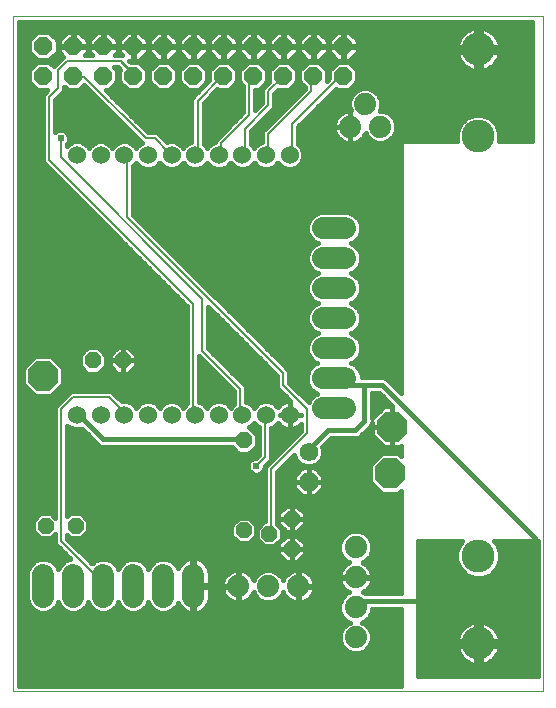
<source format=gbl>
G75*
%MOIN*%
%OFA0B0*%
%FSLAX24Y24*%
%IPPOS*%
%LPD*%
%AMOC8*
5,1,8,0,0,1.08239X$1,22.5*
%
%ADD10C,0.0000*%
%ADD11C,0.0600*%
%ADD12C,0.0740*%
%ADD13C,0.0740*%
%ADD14OC8,0.0520*%
%ADD15C,0.1095*%
%ADD16OC8,0.1000*%
%ADD17OC8,0.0620*%
%ADD18C,0.0620*%
%ADD19OC8,0.0600*%
%ADD20C,0.0160*%
%ADD21R,0.0356X0.0356*%
%ADD22C,0.0157*%
%ADD23C,0.0079*%
%ADD24C,0.0240*%
D10*
X002074Y001361D02*
X002074Y023857D01*
X019743Y023857D01*
X019743Y001361D01*
X002074Y001361D01*
D11*
X004200Y010562D03*
X004987Y010562D03*
X005775Y010562D03*
X006562Y010562D03*
X007349Y010562D03*
X008137Y010562D03*
X008924Y010562D03*
X009712Y010562D03*
X010499Y010562D03*
X011286Y010562D03*
X011286Y019223D03*
X010499Y019223D03*
X009712Y019223D03*
X008924Y019223D03*
X008137Y019223D03*
X007349Y019223D03*
X006562Y019223D03*
X005775Y019223D03*
X004987Y019223D03*
X004200Y019223D03*
D12*
X012402Y016786D02*
X013142Y016786D01*
X013142Y015786D02*
X012402Y015786D01*
X012402Y014786D02*
X013142Y014786D01*
X013142Y013786D02*
X012402Y013786D01*
X012402Y012786D02*
X013142Y012786D01*
X013142Y011786D02*
X012402Y011786D01*
X012402Y010786D02*
X013142Y010786D01*
X008074Y005247D02*
X008074Y004507D01*
X007074Y004507D02*
X007074Y005247D01*
X006074Y005247D02*
X006074Y004507D01*
X005074Y004507D02*
X005074Y005247D01*
X004074Y005247D02*
X004074Y004507D01*
X003074Y004507D02*
X003074Y005247D01*
D13*
X009574Y004861D03*
X010574Y004861D03*
X011574Y004861D03*
X013491Y005154D03*
X013491Y004154D03*
X013491Y003154D03*
X013491Y006154D03*
X013308Y020172D03*
X013808Y020922D03*
X014308Y020172D03*
D14*
X009759Y009719D03*
X011353Y007105D03*
X010603Y006605D03*
X011353Y006105D03*
X009759Y006719D03*
X005723Y012385D03*
X004723Y012385D03*
X004149Y006873D03*
X003149Y006873D03*
D15*
X017574Y005861D03*
X017574Y002961D03*
X017574Y019861D03*
X017574Y022761D03*
D16*
X014708Y010176D03*
X014637Y008623D03*
X003074Y011861D03*
D17*
X011916Y008341D03*
D18*
X011916Y009341D03*
D19*
X012074Y021861D03*
X012074Y022861D03*
X013074Y022861D03*
X013074Y021861D03*
X011074Y021861D03*
X011074Y022861D03*
X010074Y022861D03*
X010074Y021861D03*
X009074Y021861D03*
X009074Y022861D03*
X008074Y022861D03*
X008074Y021861D03*
X007074Y021861D03*
X007074Y022861D03*
X006074Y022861D03*
X006074Y021861D03*
X005074Y021861D03*
X005074Y022861D03*
X004074Y022861D03*
X004074Y021861D03*
X003074Y021861D03*
X003074Y022861D03*
D20*
X002817Y022442D02*
X002254Y022442D01*
X002254Y022600D02*
X002658Y022600D01*
X002595Y022663D02*
X002876Y022383D01*
X003272Y022383D01*
X003552Y022663D01*
X003552Y023059D01*
X003272Y023340D01*
X002876Y023340D01*
X002595Y023059D01*
X002595Y022663D01*
X002595Y022759D02*
X002254Y022759D01*
X002254Y022917D02*
X002595Y022917D01*
X002612Y023076D02*
X002254Y023076D01*
X002254Y023234D02*
X002770Y023234D01*
X002254Y023393D02*
X017213Y023393D01*
X017251Y023415D02*
X017169Y023367D01*
X017093Y023309D01*
X017026Y023242D01*
X016968Y023166D01*
X016920Y023084D01*
X016883Y022995D01*
X016859Y022903D01*
X016851Y022841D01*
X017494Y022841D01*
X017494Y023484D01*
X017432Y023476D01*
X017339Y023451D01*
X017251Y023415D01*
X017494Y023393D02*
X017654Y023393D01*
X017654Y023484D02*
X017654Y022841D01*
X018297Y022841D01*
X018289Y022903D01*
X018264Y022995D01*
X018228Y023084D01*
X018180Y023166D01*
X018122Y023242D01*
X018055Y023309D01*
X017979Y023367D01*
X017896Y023415D01*
X017808Y023451D01*
X017716Y023476D01*
X017654Y023484D01*
X017654Y023234D02*
X017494Y023234D01*
X017494Y023076D02*
X017654Y023076D01*
X017654Y022917D02*
X017494Y022917D01*
X017494Y022841D02*
X017654Y022841D01*
X017654Y022681D01*
X018297Y022681D01*
X018289Y022619D01*
X018264Y022527D01*
X018228Y022439D01*
X018180Y022356D01*
X018122Y022280D01*
X018055Y022213D01*
X017979Y022155D01*
X017896Y022107D01*
X017808Y022071D01*
X017716Y022046D01*
X017654Y022038D01*
X017654Y022681D01*
X017494Y022681D01*
X017494Y022038D01*
X017432Y022046D01*
X017339Y022071D01*
X017251Y022107D01*
X017169Y022155D01*
X017093Y022213D01*
X017026Y022280D01*
X016968Y022356D01*
X016920Y022439D01*
X016883Y022527D01*
X016859Y022619D01*
X016851Y022681D01*
X017494Y022681D01*
X017494Y022841D01*
X017494Y022759D02*
X013554Y022759D01*
X013554Y022841D02*
X013094Y022841D01*
X013094Y022881D01*
X013554Y022881D01*
X013554Y023060D01*
X013273Y023341D01*
X013094Y023341D01*
X013094Y022881D01*
X013054Y022881D01*
X013054Y023341D01*
X012875Y023341D01*
X012594Y023060D01*
X012594Y022881D01*
X013054Y022881D01*
X013054Y022841D01*
X013094Y022841D01*
X013094Y022381D01*
X013273Y022381D01*
X013554Y022662D01*
X013554Y022841D01*
X013554Y022917D02*
X016862Y022917D01*
X016917Y023076D02*
X013538Y023076D01*
X013380Y023234D02*
X017020Y023234D01*
X016864Y022600D02*
X013492Y022600D01*
X013333Y022442D02*
X016919Y022442D01*
X017024Y022283D02*
X013303Y022283D01*
X013265Y022322D02*
X012883Y022322D01*
X012613Y022052D01*
X012613Y021790D01*
X012535Y021711D01*
X012535Y022052D01*
X012265Y022322D01*
X011883Y022322D01*
X011613Y022052D01*
X011613Y021670D01*
X011795Y021488D01*
X011795Y021444D01*
X010495Y020144D01*
X010378Y020027D01*
X010378Y019672D01*
X010238Y019614D01*
X010108Y019484D01*
X010105Y019477D01*
X010102Y019484D01*
X009990Y019596D01*
X009990Y020018D01*
X010661Y020689D01*
X010778Y020806D01*
X010778Y021278D01*
X010900Y021400D01*
X011265Y021400D01*
X011535Y021670D01*
X011535Y022052D01*
X011265Y022322D01*
X010883Y022322D01*
X010613Y022052D01*
X010613Y021679D01*
X010378Y021444D01*
X010378Y020972D01*
X010148Y020742D01*
X010148Y021400D01*
X010265Y021400D01*
X010535Y021670D01*
X010535Y022052D01*
X010265Y022322D01*
X009883Y022322D01*
X009613Y022052D01*
X009613Y021670D01*
X009748Y021536D01*
X009748Y020657D01*
X008803Y019712D01*
X008803Y019672D01*
X008663Y019614D01*
X008534Y019484D01*
X008531Y019477D01*
X008527Y019484D01*
X008416Y019596D01*
X008416Y020963D01*
X008868Y021416D01*
X008883Y021400D01*
X009265Y021400D01*
X009535Y021670D01*
X009535Y022052D01*
X009265Y022322D01*
X008883Y022322D01*
X008613Y022052D01*
X008613Y021727D01*
X008015Y021129D01*
X008015Y019672D01*
X007876Y019614D01*
X007746Y019484D01*
X007743Y019477D01*
X007740Y019484D01*
X007610Y019614D01*
X007441Y019684D01*
X007258Y019684D01*
X007205Y019662D01*
X006881Y019986D01*
X006566Y019986D01*
X005152Y021400D01*
X005265Y021400D01*
X005535Y021670D01*
X005535Y022052D01*
X005425Y022161D01*
X005558Y022161D01*
X005640Y022079D01*
X005613Y022052D01*
X005613Y021670D01*
X005883Y021400D01*
X006265Y021400D01*
X006535Y021670D01*
X006535Y022052D01*
X006265Y022322D01*
X005996Y022322D01*
X005937Y022381D01*
X006054Y022381D01*
X006054Y022841D01*
X006094Y022841D01*
X006094Y022881D01*
X006554Y022881D01*
X006554Y023060D01*
X006273Y023341D01*
X006094Y023341D01*
X006094Y022881D01*
X006054Y022881D01*
X006054Y023341D01*
X005875Y023341D01*
X005594Y023060D01*
X005594Y022881D01*
X006054Y022881D01*
X006054Y022841D01*
X005594Y022841D01*
X005594Y022662D01*
X005695Y022561D01*
X005453Y022561D01*
X005554Y022662D01*
X005554Y022841D01*
X005094Y022841D01*
X005094Y022881D01*
X005554Y022881D01*
X005554Y023060D01*
X005273Y023341D01*
X005094Y023341D01*
X005094Y022881D01*
X005054Y022881D01*
X005054Y023341D01*
X004875Y023341D01*
X004594Y023060D01*
X004594Y022881D01*
X005054Y022881D01*
X005054Y022841D01*
X004594Y022841D01*
X004594Y022662D01*
X004695Y022561D01*
X004453Y022561D01*
X004554Y022662D01*
X004554Y022841D01*
X004094Y022841D01*
X004094Y022881D01*
X004554Y022881D01*
X004554Y023060D01*
X004273Y023341D01*
X004094Y023341D01*
X004094Y022881D01*
X004054Y022881D01*
X004054Y023341D01*
X003875Y023341D01*
X003594Y023060D01*
X003594Y022881D01*
X004054Y022881D01*
X004054Y022841D01*
X003594Y022841D01*
X003594Y022662D01*
X003743Y022513D01*
X003674Y022444D01*
X003421Y022191D01*
X003272Y022340D01*
X002876Y022340D01*
X002595Y022059D01*
X002595Y021663D01*
X002876Y021383D01*
X003212Y021383D01*
X003074Y021244D01*
X003074Y018978D01*
X003191Y018861D01*
X007874Y014178D01*
X007874Y010950D01*
X007746Y010823D01*
X007743Y010815D01*
X007740Y010823D01*
X007610Y010952D01*
X007441Y011023D01*
X007258Y011023D01*
X007088Y010952D01*
X006959Y010823D01*
X006956Y010815D01*
X006953Y010823D01*
X006823Y010952D01*
X006654Y011023D01*
X006470Y011023D01*
X006301Y010952D01*
X006171Y010823D01*
X006168Y010815D01*
X006165Y010823D01*
X006036Y010952D01*
X005866Y011023D01*
X005695Y011023D01*
X005474Y011244D01*
X005357Y011361D01*
X003991Y011361D01*
X003591Y010961D01*
X003474Y010844D01*
X003474Y007143D01*
X003323Y007294D01*
X002974Y007294D01*
X002728Y007047D01*
X002728Y006699D01*
X002974Y006452D01*
X003323Y006452D01*
X003474Y006603D01*
X003474Y006278D01*
X003974Y005778D01*
X003968Y005778D01*
X003773Y005697D01*
X003624Y005547D01*
X003574Y005427D01*
X003524Y005547D01*
X003374Y005697D01*
X003179Y005778D01*
X002968Y005778D01*
X002773Y005697D01*
X002624Y005547D01*
X002543Y005352D01*
X002543Y004401D01*
X002624Y004206D01*
X002773Y004057D01*
X002968Y003976D01*
X003179Y003976D01*
X003374Y004057D01*
X003524Y004206D01*
X003574Y004327D01*
X003624Y004206D01*
X003773Y004057D01*
X003968Y003976D01*
X004179Y003976D01*
X004374Y004057D01*
X004524Y004206D01*
X004574Y004327D01*
X004624Y004206D01*
X004773Y004057D01*
X004968Y003976D01*
X005179Y003976D01*
X005374Y004057D01*
X005524Y004206D01*
X005574Y004327D01*
X005624Y004206D01*
X005773Y004057D01*
X005968Y003976D01*
X006179Y003976D01*
X006374Y004057D01*
X006524Y004206D01*
X006574Y004327D01*
X006624Y004206D01*
X006773Y004057D01*
X006968Y003976D01*
X007179Y003976D01*
X007374Y004057D01*
X007524Y004206D01*
X007563Y004300D01*
X007564Y004296D01*
X007603Y004219D01*
X007654Y004149D01*
X007716Y004087D01*
X007786Y004036D01*
X007863Y003997D01*
X007945Y003970D01*
X008031Y003957D01*
X008044Y003957D01*
X008044Y004847D01*
X008104Y004847D01*
X008104Y004907D01*
X008624Y004907D01*
X008624Y005290D01*
X008610Y005376D01*
X008584Y005458D01*
X008544Y005535D01*
X008493Y005605D01*
X008432Y005666D01*
X008362Y005717D01*
X008285Y005757D01*
X008203Y005783D01*
X008117Y005797D01*
X008104Y005797D01*
X008104Y004907D01*
X008044Y004907D01*
X008044Y005797D01*
X008031Y005797D01*
X007945Y005783D01*
X007863Y005757D01*
X007786Y005717D01*
X007716Y005666D01*
X007654Y005605D01*
X007603Y005535D01*
X007564Y005458D01*
X007563Y005453D01*
X007524Y005547D01*
X007374Y005697D01*
X007179Y005778D01*
X006968Y005778D01*
X006773Y005697D01*
X006624Y005547D01*
X006574Y005427D01*
X006524Y005547D01*
X006374Y005697D01*
X006179Y005778D01*
X005968Y005778D01*
X005773Y005697D01*
X005624Y005547D01*
X005574Y005427D01*
X005524Y005547D01*
X005374Y005697D01*
X005179Y005778D01*
X004968Y005778D01*
X004773Y005697D01*
X004697Y005621D01*
X003874Y006444D01*
X003874Y006553D01*
X003974Y006452D01*
X004323Y006452D01*
X004569Y006699D01*
X004569Y007047D01*
X004323Y007294D01*
X003974Y007294D01*
X003874Y007193D01*
X003874Y010211D01*
X003929Y010156D01*
X004105Y010083D01*
X004295Y010083D01*
X004361Y010111D01*
X004928Y009543D01*
X005023Y009504D01*
X009354Y009504D01*
X009577Y009281D01*
X009940Y009281D01*
X010197Y009538D01*
X010197Y009901D01*
X009940Y010158D01*
X009973Y010171D01*
X010102Y010301D01*
X010105Y010308D01*
X010108Y010301D01*
X010238Y010171D01*
X010274Y010157D01*
X010274Y009244D01*
X010172Y009142D01*
X010118Y009142D01*
X010015Y009099D01*
X009936Y009020D01*
X009893Y008917D01*
X009893Y008805D01*
X009936Y008702D01*
X010015Y008623D01*
X010118Y008580D01*
X010230Y008580D01*
X010333Y008623D01*
X010412Y008702D01*
X010455Y008805D01*
X010455Y008859D01*
X010674Y009078D01*
X010674Y010136D01*
X010760Y010171D01*
X010886Y010297D01*
X010920Y010249D01*
X010974Y010196D01*
X011035Y010151D01*
X011102Y010117D01*
X011174Y010094D01*
X011249Y010082D01*
X011286Y010082D01*
X011286Y010562D01*
X010960Y010562D01*
X010960Y010562D01*
X011286Y010562D01*
X011286Y010562D01*
X011286Y011042D01*
X011249Y011042D01*
X011174Y011030D01*
X011102Y011007D01*
X011035Y010972D01*
X010974Y010928D01*
X010920Y010875D01*
X010886Y010827D01*
X010760Y010952D01*
X010591Y011023D01*
X010407Y011023D01*
X010238Y010952D01*
X010108Y010823D01*
X010105Y010815D01*
X010102Y010823D01*
X009973Y010952D01*
X009833Y011010D01*
X009833Y011523D01*
X009716Y011640D01*
X009716Y011640D01*
X008573Y012783D01*
X008573Y014179D01*
X010874Y011878D01*
X010874Y011478D01*
X011310Y011042D01*
X011286Y011042D01*
X011286Y010562D01*
X011286Y010562D01*
X011286Y010562D01*
X011286Y010082D01*
X011324Y010082D01*
X011399Y010094D01*
X011471Y010117D01*
X011538Y010151D01*
X011599Y010196D01*
X011653Y010249D01*
X011674Y010278D01*
X011674Y010044D01*
X010591Y008961D01*
X010474Y008844D01*
X010474Y007026D01*
X010429Y007026D01*
X010183Y006779D01*
X010183Y006431D01*
X010429Y006184D01*
X010778Y006184D01*
X011024Y006431D01*
X011024Y006779D01*
X010874Y006930D01*
X010874Y008678D01*
X011431Y009236D01*
X011502Y009065D01*
X011640Y008927D01*
X011819Y008853D01*
X012013Y008853D01*
X012193Y008927D01*
X012197Y008931D01*
X012204Y008934D01*
X012282Y009001D01*
X012296Y009030D01*
X012330Y009065D01*
X012405Y009244D01*
X012405Y009439D01*
X012378Y009502D01*
X012680Y009804D01*
X013525Y009804D01*
X013619Y009843D01*
X013692Y009915D01*
X013992Y010215D01*
X014028Y010302D01*
X014028Y010176D01*
X014028Y009894D01*
X014426Y009496D01*
X014708Y009496D01*
X014989Y009496D01*
X015013Y009520D01*
X015013Y009206D01*
X014918Y009301D01*
X014356Y009301D01*
X013958Y008904D01*
X013958Y008342D01*
X014356Y007944D01*
X014918Y007944D01*
X015013Y008039D01*
X015013Y004618D01*
X013803Y004618D01*
X013802Y004619D01*
X013719Y004653D01*
X013779Y004684D01*
X013849Y004735D01*
X013911Y004796D01*
X013962Y004866D01*
X014001Y004943D01*
X014028Y005026D01*
X014041Y005111D01*
X014041Y005134D01*
X013511Y005134D01*
X013511Y005174D01*
X014041Y005174D01*
X014041Y005198D01*
X014028Y005283D01*
X014001Y005366D01*
X013962Y005443D01*
X013911Y005513D01*
X013849Y005574D01*
X013779Y005625D01*
X013719Y005655D01*
X013802Y005689D01*
X013956Y005844D01*
X014040Y006045D01*
X014040Y006263D01*
X013956Y006465D01*
X013802Y006619D01*
X013600Y006703D01*
X013382Y006703D01*
X013180Y006619D01*
X013026Y006465D01*
X012943Y006263D01*
X012943Y006045D01*
X013026Y005844D01*
X013180Y005689D01*
X013263Y005655D01*
X013203Y005625D01*
X013133Y005574D01*
X013072Y005513D01*
X013021Y005443D01*
X012981Y005366D01*
X012955Y005283D01*
X012941Y005198D01*
X012941Y005174D01*
X013471Y005174D01*
X013471Y005134D01*
X012941Y005134D01*
X012941Y005111D01*
X012955Y005026D01*
X012981Y004943D01*
X013021Y004866D01*
X013072Y004796D01*
X013133Y004735D01*
X013203Y004684D01*
X013263Y004653D01*
X013180Y004619D01*
X013026Y004465D01*
X012943Y004263D01*
X012943Y004045D01*
X013026Y003844D01*
X013180Y003689D01*
X013288Y003645D01*
X013191Y003604D01*
X013041Y003455D01*
X012960Y003260D01*
X012960Y003049D01*
X013041Y002854D01*
X013191Y002704D01*
X013386Y002624D01*
X013597Y002624D01*
X013792Y002704D01*
X013941Y002854D01*
X014022Y003049D01*
X014022Y003260D01*
X013941Y003455D01*
X013792Y003604D01*
X013694Y003645D01*
X013802Y003689D01*
X013956Y003844D01*
X014040Y004045D01*
X014040Y004104D01*
X015013Y004104D01*
X015013Y001541D01*
X002254Y001541D01*
X002254Y023677D01*
X019365Y023677D01*
X019365Y019684D01*
X018267Y019684D01*
X018282Y019720D01*
X018282Y020002D01*
X018174Y020262D01*
X017975Y020461D01*
X017715Y020569D01*
X017433Y020569D01*
X017173Y020461D01*
X016973Y020262D01*
X016866Y020002D01*
X016866Y019720D01*
X016881Y019684D01*
X015013Y019684D01*
X015013Y011286D01*
X014519Y011779D01*
X014425Y011818D01*
X013691Y011818D01*
X013691Y011895D01*
X013607Y012097D01*
X013453Y012251D01*
X013345Y012296D01*
X013443Y012336D01*
X013592Y012485D01*
X013673Y012681D01*
X013673Y012892D01*
X013592Y013087D01*
X013443Y013236D01*
X013322Y013286D01*
X013443Y013336D01*
X013592Y013485D01*
X013673Y013681D01*
X013673Y013892D01*
X013592Y014087D01*
X013443Y014236D01*
X013322Y014286D01*
X013443Y014336D01*
X013592Y014485D01*
X013673Y014681D01*
X013673Y014892D01*
X013592Y015087D01*
X013443Y015236D01*
X013322Y015286D01*
X013443Y015336D01*
X013592Y015485D01*
X013673Y015681D01*
X013673Y015892D01*
X013592Y016087D01*
X013443Y016236D01*
X013322Y016286D01*
X013443Y016336D01*
X013592Y016485D01*
X013673Y016681D01*
X013673Y016892D01*
X013592Y017087D01*
X013443Y017236D01*
X013248Y017317D01*
X012297Y017317D01*
X012102Y017236D01*
X011952Y017087D01*
X011872Y016892D01*
X011872Y016681D01*
X011952Y016485D01*
X012102Y016336D01*
X012223Y016286D01*
X012102Y016236D01*
X011952Y016087D01*
X011872Y015892D01*
X011872Y015681D01*
X011952Y015485D01*
X012102Y015336D01*
X012223Y015286D01*
X012102Y015236D01*
X011952Y015087D01*
X011872Y014892D01*
X011872Y014681D01*
X011952Y014485D01*
X012102Y014336D01*
X012223Y014286D01*
X012102Y014236D01*
X011952Y014087D01*
X011872Y013892D01*
X011872Y013681D01*
X011952Y013485D01*
X012102Y013336D01*
X012223Y013286D01*
X012102Y013236D01*
X011952Y013087D01*
X011872Y012892D01*
X011872Y012681D01*
X011952Y012485D01*
X012102Y012336D01*
X012199Y012296D01*
X012092Y012251D01*
X011937Y012097D01*
X011854Y011895D01*
X011854Y011677D01*
X011937Y011475D01*
X012092Y011321D01*
X012199Y011277D01*
X012102Y011236D01*
X011952Y011087D01*
X011917Y011001D01*
X011274Y011644D01*
X011274Y012044D01*
X011157Y012161D01*
X006074Y017244D01*
X006074Y018871D01*
X006165Y018962D01*
X006168Y018970D01*
X006171Y018962D01*
X006301Y018833D01*
X006470Y018763D01*
X006654Y018763D01*
X006823Y018833D01*
X006953Y018962D01*
X006956Y018970D01*
X006959Y018962D01*
X007088Y018833D01*
X007258Y018763D01*
X007441Y018763D01*
X007610Y018833D01*
X007740Y018962D01*
X007743Y018970D01*
X007746Y018962D01*
X007876Y018833D01*
X008045Y018763D01*
X008228Y018763D01*
X008398Y018833D01*
X008527Y018962D01*
X008531Y018970D01*
X008534Y018962D01*
X008663Y018833D01*
X008833Y018763D01*
X009016Y018763D01*
X009185Y018833D01*
X009315Y018962D01*
X009318Y018970D01*
X009321Y018962D01*
X009451Y018833D01*
X009620Y018763D01*
X009803Y018763D01*
X009973Y018833D01*
X010102Y018962D01*
X010105Y018970D01*
X010108Y018962D01*
X010238Y018833D01*
X010407Y018763D01*
X010591Y018763D01*
X010760Y018833D01*
X010890Y018962D01*
X010893Y018970D01*
X010896Y018962D01*
X011025Y018833D01*
X011195Y018763D01*
X011378Y018763D01*
X011547Y018833D01*
X011677Y018962D01*
X011747Y019132D01*
X011747Y019315D01*
X011677Y019484D01*
X011565Y019596D01*
X011565Y020176D01*
X012836Y021447D01*
X012883Y021400D01*
X013265Y021400D01*
X013535Y021670D01*
X013535Y022052D01*
X013265Y022322D01*
X013094Y022442D02*
X013054Y022442D01*
X013054Y022381D02*
X012875Y022381D01*
X012594Y022662D01*
X012594Y022841D01*
X013054Y022841D01*
X013054Y022381D01*
X013054Y022600D02*
X013094Y022600D01*
X013094Y022759D02*
X013054Y022759D01*
X013054Y022917D02*
X013094Y022917D01*
X013094Y023076D02*
X013054Y023076D01*
X013054Y023234D02*
X013094Y023234D01*
X012768Y023234D02*
X012380Y023234D01*
X012273Y023341D02*
X012094Y023341D01*
X012094Y022881D01*
X012554Y022881D01*
X012554Y023060D01*
X012273Y023341D01*
X012094Y023234D02*
X012054Y023234D01*
X012054Y023341D02*
X011875Y023341D01*
X011594Y023060D01*
X011594Y022881D01*
X012054Y022881D01*
X012054Y023341D01*
X012054Y023076D02*
X012094Y023076D01*
X012094Y022917D02*
X012054Y022917D01*
X012054Y022881D02*
X012094Y022881D01*
X012094Y022841D01*
X012554Y022841D01*
X012554Y022662D01*
X012273Y022381D01*
X012094Y022381D01*
X012094Y022841D01*
X012054Y022841D01*
X012054Y022381D01*
X011875Y022381D01*
X011594Y022662D01*
X011594Y022841D01*
X012054Y022841D01*
X012054Y022881D01*
X012054Y022759D02*
X012094Y022759D01*
X012094Y022600D02*
X012054Y022600D01*
X012054Y022442D02*
X012094Y022442D01*
X012333Y022442D02*
X012814Y022442D01*
X012844Y022283D02*
X012303Y022283D01*
X012462Y022125D02*
X012686Y022125D01*
X012613Y021966D02*
X012535Y021966D01*
X012535Y021808D02*
X012613Y021808D01*
X012722Y021332D02*
X013468Y021332D01*
X013507Y021372D02*
X013358Y021223D01*
X013277Y021028D01*
X013277Y020817D01*
X013316Y020722D01*
X013308Y020722D01*
X013265Y020722D01*
X013179Y020709D01*
X013097Y020682D01*
X013020Y020643D01*
X012950Y020592D01*
X012889Y020530D01*
X012838Y020460D01*
X012798Y020383D01*
X012772Y020301D01*
X012758Y020215D01*
X012758Y020172D01*
X012758Y020129D01*
X012772Y020043D01*
X012798Y019961D01*
X012838Y019884D01*
X012889Y019814D01*
X012950Y019753D01*
X013020Y019702D01*
X013097Y019662D01*
X013179Y019636D01*
X013265Y019622D01*
X013308Y019622D01*
X013308Y020172D01*
X013308Y020172D01*
X012758Y020172D01*
X013308Y020172D01*
X013308Y020172D01*
X013308Y019622D01*
X013351Y019622D01*
X013437Y019636D01*
X013519Y019662D01*
X013596Y019702D01*
X013666Y019753D01*
X013728Y019814D01*
X013778Y019884D01*
X013818Y019961D01*
X013819Y019965D01*
X013858Y019872D01*
X014007Y019722D01*
X014203Y019641D01*
X014414Y019641D01*
X014609Y019722D01*
X014758Y019872D01*
X014839Y020067D01*
X014839Y020278D01*
X014758Y020473D01*
X014609Y020622D01*
X014414Y020703D01*
X014292Y020703D01*
X014339Y020817D01*
X014339Y021028D01*
X014258Y021223D01*
X014109Y021372D01*
X013914Y021453D01*
X013703Y021453D01*
X013507Y021372D01*
X013355Y021491D02*
X019365Y021491D01*
X019365Y021649D02*
X013513Y021649D01*
X013535Y021808D02*
X019365Y021808D01*
X019365Y021966D02*
X013535Y021966D01*
X013462Y022125D02*
X017221Y022125D01*
X017494Y022125D02*
X017654Y022125D01*
X017654Y022283D02*
X017494Y022283D01*
X017494Y022442D02*
X017654Y022442D01*
X017654Y022600D02*
X017494Y022600D01*
X017654Y022759D02*
X019365Y022759D01*
X019365Y022917D02*
X018285Y022917D01*
X018231Y023076D02*
X019365Y023076D01*
X019365Y023234D02*
X018128Y023234D01*
X017935Y023393D02*
X019365Y023393D01*
X019365Y023551D02*
X002254Y023551D01*
X002254Y022283D02*
X002819Y022283D01*
X002661Y022125D02*
X002254Y022125D01*
X002254Y021966D02*
X002595Y021966D01*
X002595Y021808D02*
X002254Y021808D01*
X002254Y021649D02*
X002609Y021649D01*
X002768Y021491D02*
X002254Y021491D01*
X002254Y021332D02*
X003162Y021332D01*
X003074Y021174D02*
X002254Y021174D01*
X002254Y021015D02*
X003074Y021015D01*
X003074Y020857D02*
X002254Y020857D01*
X002254Y020698D02*
X003074Y020698D01*
X003074Y020540D02*
X002254Y020540D01*
X002254Y020381D02*
X003074Y020381D01*
X003074Y020223D02*
X002254Y020223D01*
X002254Y020064D02*
X003074Y020064D01*
X003074Y019906D02*
X002254Y019906D01*
X002254Y019747D02*
X003074Y019747D01*
X003074Y019589D02*
X002254Y019589D01*
X002254Y019430D02*
X003074Y019430D01*
X003074Y019272D02*
X002254Y019272D01*
X002254Y019113D02*
X003074Y019113D01*
X003097Y018955D02*
X002254Y018955D01*
X002254Y018796D02*
X003256Y018796D01*
X003414Y018638D02*
X002254Y018638D01*
X002254Y018479D02*
X003573Y018479D01*
X003731Y018321D02*
X002254Y018321D01*
X002254Y018162D02*
X003890Y018162D01*
X004048Y018004D02*
X002254Y018004D01*
X002254Y017845D02*
X004207Y017845D01*
X004365Y017687D02*
X002254Y017687D01*
X002254Y017528D02*
X004524Y017528D01*
X004682Y017370D02*
X002254Y017370D01*
X002254Y017211D02*
X004841Y017211D01*
X004999Y017053D02*
X002254Y017053D01*
X002254Y016894D02*
X005158Y016894D01*
X005316Y016736D02*
X002254Y016736D01*
X002254Y016577D02*
X005475Y016577D01*
X005633Y016419D02*
X002254Y016419D01*
X002254Y016260D02*
X005792Y016260D01*
X005950Y016102D02*
X002254Y016102D01*
X002254Y015943D02*
X006109Y015943D01*
X006267Y015785D02*
X002254Y015785D01*
X002254Y015626D02*
X006426Y015626D01*
X006584Y015468D02*
X002254Y015468D01*
X002254Y015309D02*
X006743Y015309D01*
X006901Y015151D02*
X002254Y015151D01*
X002254Y014992D02*
X007060Y014992D01*
X007218Y014834D02*
X002254Y014834D01*
X002254Y014675D02*
X007377Y014675D01*
X007535Y014517D02*
X002254Y014517D01*
X002254Y014358D02*
X007694Y014358D01*
X007852Y014200D02*
X002254Y014200D01*
X002254Y014041D02*
X007874Y014041D01*
X007874Y013883D02*
X002254Y013883D01*
X002254Y013724D02*
X007874Y013724D01*
X007874Y013566D02*
X002254Y013566D01*
X002254Y013407D02*
X007874Y013407D01*
X007874Y013249D02*
X002254Y013249D01*
X002254Y013090D02*
X007874Y013090D01*
X007874Y012932D02*
X002254Y012932D01*
X002254Y012773D02*
X004492Y012773D01*
X004542Y012823D02*
X004285Y012566D01*
X004285Y012203D01*
X004542Y011946D01*
X004905Y011946D01*
X005162Y012203D01*
X005162Y012566D01*
X004905Y012823D01*
X004542Y012823D01*
X004333Y012615D02*
X002254Y012615D01*
X002254Y012456D02*
X002734Y012456D01*
X002800Y012522D02*
X002413Y012135D01*
X002413Y011587D01*
X002800Y011200D01*
X003347Y011200D01*
X003735Y011587D01*
X003735Y012135D01*
X003347Y012522D01*
X002800Y012522D01*
X002576Y012298D02*
X002254Y012298D01*
X002254Y012139D02*
X002417Y012139D01*
X002413Y011981D02*
X002254Y011981D01*
X002254Y011822D02*
X002413Y011822D01*
X002413Y011664D02*
X002254Y011664D01*
X002254Y011505D02*
X002495Y011505D01*
X002654Y011347D02*
X002254Y011347D01*
X002254Y011188D02*
X003818Y011188D01*
X003976Y011347D02*
X003494Y011347D01*
X003652Y011505D02*
X007874Y011505D01*
X007874Y011347D02*
X005371Y011347D01*
X005530Y011188D02*
X007874Y011188D01*
X007874Y011030D02*
X005688Y011030D01*
X006117Y010871D02*
X006220Y010871D01*
X006904Y010871D02*
X007007Y010871D01*
X007692Y010871D02*
X007794Y010871D01*
X008274Y011004D02*
X008274Y012516D01*
X008290Y012500D01*
X008290Y012500D01*
X009433Y011357D01*
X009433Y010935D01*
X009321Y010823D01*
X009318Y010815D01*
X009315Y010823D01*
X009185Y010952D01*
X009016Y011023D01*
X008833Y011023D01*
X008663Y010952D01*
X008534Y010823D01*
X008531Y010815D01*
X008527Y010823D01*
X008398Y010952D01*
X008274Y011004D01*
X008274Y011030D02*
X009433Y011030D01*
X009433Y011188D02*
X008274Y011188D01*
X008274Y011347D02*
X009433Y011347D01*
X009285Y011505D02*
X008274Y011505D01*
X008274Y011664D02*
X009126Y011664D01*
X008968Y011822D02*
X008274Y011822D01*
X008274Y011981D02*
X008809Y011981D01*
X008651Y012139D02*
X008274Y012139D01*
X008274Y012298D02*
X008492Y012298D01*
X008334Y012456D02*
X008274Y012456D01*
X007874Y012456D02*
X006163Y012456D01*
X006163Y012385D02*
X006163Y012567D01*
X005906Y012825D01*
X005723Y012825D01*
X005541Y012825D01*
X005283Y012567D01*
X005283Y012385D01*
X005723Y012385D01*
X005723Y012385D01*
X005723Y012825D01*
X005723Y012385D01*
X005723Y012385D01*
X005283Y012385D01*
X005283Y012202D01*
X005541Y011945D01*
X005723Y011945D01*
X005723Y012385D01*
X005723Y012385D01*
X006163Y012385D01*
X005723Y012385D01*
X005723Y012385D01*
X005723Y011945D01*
X005906Y011945D01*
X006163Y012202D01*
X006163Y012385D01*
X006163Y012298D02*
X007874Y012298D01*
X007874Y012139D02*
X006100Y012139D01*
X005942Y011981D02*
X007874Y011981D01*
X007874Y011822D02*
X003735Y011822D01*
X003735Y011664D02*
X007874Y011664D01*
X008479Y010871D02*
X008582Y010871D01*
X009267Y010871D02*
X009369Y010871D01*
X009833Y011030D02*
X011173Y011030D01*
X011286Y011030D02*
X011286Y011030D01*
X011286Y010871D02*
X011286Y010871D01*
X011286Y010713D02*
X011286Y010713D01*
X011286Y010562D02*
X011674Y010562D01*
X011674Y010562D01*
X011286Y010562D01*
X011286Y010562D01*
X011286Y010554D02*
X011286Y010554D01*
X011286Y010396D02*
X011286Y010396D01*
X011286Y010237D02*
X011286Y010237D01*
X011550Y009920D02*
X010674Y009920D01*
X010674Y009762D02*
X011391Y009762D01*
X011233Y009603D02*
X010674Y009603D01*
X010674Y009445D02*
X011074Y009445D01*
X010916Y009286D02*
X010674Y009286D01*
X010674Y009128D02*
X010757Y009128D01*
X010599Y008969D02*
X010565Y008969D01*
X010474Y008811D02*
X010455Y008811D01*
X010474Y008652D02*
X010362Y008652D01*
X010474Y008494D02*
X003874Y008494D01*
X003874Y008652D02*
X009986Y008652D01*
X009893Y008811D02*
X003874Y008811D01*
X003874Y008969D02*
X009915Y008969D01*
X010084Y009128D02*
X003874Y009128D01*
X003874Y009286D02*
X009572Y009286D01*
X009414Y009445D02*
X003874Y009445D01*
X003874Y009603D02*
X004868Y009603D01*
X004710Y009762D02*
X003874Y009762D01*
X003874Y009920D02*
X004551Y009920D01*
X004393Y010079D02*
X003874Y010079D01*
X003474Y010079D02*
X002254Y010079D01*
X002254Y010237D02*
X003474Y010237D01*
X003474Y010396D02*
X002254Y010396D01*
X002254Y010554D02*
X003474Y010554D01*
X003474Y010713D02*
X002254Y010713D01*
X002254Y010871D02*
X003501Y010871D01*
X003659Y011030D02*
X002254Y011030D01*
X002254Y009920D02*
X003474Y009920D01*
X003474Y009762D02*
X002254Y009762D01*
X002254Y009603D02*
X003474Y009603D01*
X003474Y009445D02*
X002254Y009445D01*
X002254Y009286D02*
X003474Y009286D01*
X003474Y009128D02*
X002254Y009128D01*
X002254Y008969D02*
X003474Y008969D01*
X003474Y008811D02*
X002254Y008811D01*
X002254Y008652D02*
X003474Y008652D01*
X003474Y008494D02*
X002254Y008494D01*
X002254Y008335D02*
X003474Y008335D01*
X003474Y008177D02*
X002254Y008177D01*
X002254Y008018D02*
X003474Y008018D01*
X003474Y007860D02*
X002254Y007860D01*
X002254Y007701D02*
X003474Y007701D01*
X003474Y007543D02*
X002254Y007543D01*
X002254Y007384D02*
X003474Y007384D01*
X003474Y007226D02*
X003391Y007226D01*
X003874Y007226D02*
X003906Y007226D01*
X003874Y007384D02*
X010474Y007384D01*
X010474Y007226D02*
X004391Y007226D01*
X004549Y007067D02*
X009512Y007067D01*
X009585Y007140D02*
X009338Y006894D01*
X009338Y006545D01*
X009585Y006299D01*
X009933Y006299D01*
X010180Y006545D01*
X010180Y006894D01*
X009933Y007140D01*
X009585Y007140D01*
X009353Y006909D02*
X004569Y006909D01*
X004569Y006750D02*
X009338Y006750D01*
X009338Y006592D02*
X004462Y006592D01*
X004043Y006275D02*
X010339Y006275D01*
X010183Y006433D02*
X010068Y006433D01*
X010180Y006592D02*
X010183Y006592D01*
X010180Y006750D02*
X010183Y006750D01*
X010165Y006909D02*
X010312Y006909D01*
X010474Y007067D02*
X010006Y007067D01*
X010474Y007543D02*
X003874Y007543D01*
X003874Y007701D02*
X010474Y007701D01*
X010474Y007860D02*
X003874Y007860D01*
X003874Y008018D02*
X010474Y008018D01*
X010474Y008177D02*
X003874Y008177D01*
X003874Y008335D02*
X010474Y008335D01*
X010874Y008335D02*
X011426Y008335D01*
X011426Y008341D02*
X011426Y008138D01*
X011713Y007851D01*
X011916Y007851D01*
X011916Y008341D01*
X011426Y008341D01*
X011916Y008341D01*
X011916Y008341D01*
X011916Y008341D01*
X011916Y007851D01*
X012119Y007851D01*
X012406Y008138D01*
X012406Y008341D01*
X011916Y008341D01*
X011916Y008341D01*
X011916Y008831D01*
X011713Y008831D01*
X011426Y008544D01*
X011426Y008341D01*
X011426Y008494D02*
X010874Y008494D01*
X010874Y008652D02*
X011534Y008652D01*
X011693Y008811D02*
X011006Y008811D01*
X011165Y008969D02*
X011598Y008969D01*
X011476Y009128D02*
X011323Y009128D01*
X011916Y008831D02*
X011916Y008341D01*
X011916Y008341D01*
X012406Y008341D01*
X012406Y008544D01*
X012119Y008831D01*
X011916Y008831D01*
X011916Y008811D02*
X011916Y008811D01*
X011916Y008652D02*
X011916Y008652D01*
X011916Y008494D02*
X011916Y008494D01*
X011916Y008335D02*
X011916Y008335D01*
X011916Y008177D02*
X011916Y008177D01*
X011916Y008018D02*
X011916Y008018D01*
X011916Y007860D02*
X011916Y007860D01*
X011705Y007860D02*
X010874Y007860D01*
X010874Y008018D02*
X011547Y008018D01*
X011426Y008177D02*
X010874Y008177D01*
X010874Y007701D02*
X015013Y007701D01*
X015013Y007543D02*
X011538Y007543D01*
X011536Y007545D02*
X011353Y007545D01*
X011171Y007545D01*
X010913Y007287D01*
X010913Y007105D01*
X010913Y006923D01*
X011171Y006665D01*
X011353Y006665D01*
X011353Y007105D01*
X010913Y007105D01*
X011353Y007105D01*
X011353Y007105D01*
X011353Y007105D01*
X011353Y006665D01*
X011536Y006665D01*
X011793Y006923D01*
X011793Y007105D01*
X011353Y007105D01*
X011353Y007545D01*
X011353Y007105D01*
X011353Y007105D01*
X011353Y007105D01*
X011793Y007105D01*
X011793Y007287D01*
X011536Y007545D01*
X011353Y007543D02*
X011353Y007543D01*
X011353Y007384D02*
X011353Y007384D01*
X011353Y007226D02*
X011353Y007226D01*
X011353Y007067D02*
X011353Y007067D01*
X011353Y006909D02*
X011353Y006909D01*
X011353Y006750D02*
X011353Y006750D01*
X011353Y006545D02*
X011171Y006545D01*
X010913Y006287D01*
X010913Y006105D01*
X010913Y005923D01*
X011171Y005665D01*
X011353Y005665D01*
X011353Y006105D01*
X010913Y006105D01*
X011353Y006105D01*
X011353Y006105D01*
X011353Y006105D01*
X011353Y005665D01*
X011536Y005665D01*
X011793Y005923D01*
X011793Y006105D01*
X011353Y006105D01*
X011353Y006545D01*
X011353Y006105D01*
X011353Y006105D01*
X011353Y006105D01*
X011793Y006105D01*
X011793Y006287D01*
X011536Y006545D01*
X011353Y006545D01*
X011353Y006433D02*
X011353Y006433D01*
X011353Y006275D02*
X011353Y006275D01*
X011353Y006116D02*
X011353Y006116D01*
X011353Y005958D02*
X011353Y005958D01*
X011353Y005799D02*
X011353Y005799D01*
X011037Y005799D02*
X004519Y005799D01*
X004677Y005641D02*
X004717Y005641D01*
X004360Y005958D02*
X010913Y005958D01*
X010913Y006116D02*
X004202Y006116D01*
X003953Y005799D02*
X002254Y005799D01*
X002254Y005641D02*
X002717Y005641D01*
X002597Y005482D02*
X002254Y005482D01*
X002254Y005324D02*
X002543Y005324D01*
X002543Y005165D02*
X002254Y005165D01*
X002254Y005007D02*
X002543Y005007D01*
X002543Y004848D02*
X002254Y004848D01*
X002254Y004690D02*
X002543Y004690D01*
X002543Y004531D02*
X002254Y004531D01*
X002254Y004373D02*
X002555Y004373D01*
X002621Y004214D02*
X002254Y004214D01*
X002254Y004056D02*
X002776Y004056D01*
X002254Y003897D02*
X013004Y003897D01*
X012943Y004056D02*
X008388Y004056D01*
X008362Y004036D02*
X008432Y004087D01*
X008493Y004149D01*
X008544Y004219D01*
X008584Y004296D01*
X008610Y004378D01*
X008624Y004464D01*
X008624Y004847D01*
X008104Y004847D01*
X008104Y003957D01*
X008117Y003957D01*
X008203Y003970D01*
X008285Y003997D01*
X008362Y004036D01*
X008541Y004214D02*
X012943Y004214D01*
X012988Y004373D02*
X011827Y004373D01*
X011862Y004391D02*
X011932Y004442D01*
X011993Y004503D01*
X012044Y004573D01*
X012084Y004650D01*
X012110Y004732D01*
X012124Y004818D01*
X012124Y004841D01*
X011594Y004841D01*
X011594Y004881D01*
X012124Y004881D01*
X012124Y004904D01*
X012110Y004990D01*
X012084Y005072D01*
X012044Y005149D01*
X011993Y005219D01*
X011932Y005281D01*
X011862Y005332D01*
X011785Y005371D01*
X011703Y005398D01*
X011617Y005411D01*
X011594Y005411D01*
X011594Y004881D01*
X011554Y004881D01*
X011554Y005411D01*
X011531Y005411D01*
X011445Y005398D01*
X011363Y005371D01*
X011286Y005332D01*
X011216Y005281D01*
X011154Y005219D01*
X011103Y005149D01*
X011064Y005072D01*
X011063Y005068D01*
X011024Y005162D01*
X010874Y005311D01*
X010679Y005392D01*
X010468Y005392D01*
X010273Y005311D01*
X010124Y005162D01*
X010085Y005068D01*
X010084Y005072D01*
X010044Y005149D01*
X009993Y005219D01*
X009932Y005281D01*
X009862Y005332D01*
X009785Y005371D01*
X009703Y005398D01*
X009617Y005411D01*
X009594Y005411D01*
X009594Y004881D01*
X009554Y004881D01*
X009554Y005411D01*
X009531Y005411D01*
X009445Y005398D01*
X009363Y005371D01*
X009286Y005332D01*
X009216Y005281D01*
X009154Y005219D01*
X009103Y005149D01*
X009064Y005072D01*
X009037Y004990D01*
X009024Y004904D01*
X009024Y004881D01*
X009554Y004881D01*
X009554Y004841D01*
X009594Y004841D01*
X009594Y004311D01*
X009617Y004311D01*
X009703Y004325D01*
X009785Y004351D01*
X009862Y004391D01*
X009932Y004442D01*
X009993Y004503D01*
X010044Y004573D01*
X010084Y004650D01*
X010085Y004654D01*
X010124Y004560D01*
X010273Y004411D01*
X010468Y004330D01*
X010679Y004330D01*
X010874Y004411D01*
X011024Y004560D01*
X011063Y004654D01*
X011064Y004650D01*
X011103Y004573D01*
X011154Y004503D01*
X011216Y004442D01*
X011286Y004391D01*
X011363Y004351D01*
X011445Y004325D01*
X011531Y004311D01*
X011554Y004311D01*
X011554Y004841D01*
X011594Y004841D01*
X011594Y004311D01*
X011617Y004311D01*
X011703Y004325D01*
X011785Y004351D01*
X011862Y004391D01*
X012014Y004531D02*
X013092Y004531D01*
X013195Y004690D02*
X012096Y004690D01*
X012105Y005007D02*
X012961Y005007D01*
X013034Y004848D02*
X011594Y004848D01*
X011594Y004690D02*
X011554Y004690D01*
X011554Y004531D02*
X011594Y004531D01*
X011594Y004373D02*
X011554Y004373D01*
X011321Y004373D02*
X010781Y004373D01*
X010994Y004531D02*
X011134Y004531D01*
X011554Y005007D02*
X011594Y005007D01*
X011594Y005165D02*
X011554Y005165D01*
X011554Y005324D02*
X011594Y005324D01*
X011873Y005324D02*
X012968Y005324D01*
X013049Y005482D02*
X008571Y005482D01*
X008619Y005324D02*
X009275Y005324D01*
X009115Y005165D02*
X008624Y005165D01*
X008624Y005007D02*
X009043Y005007D01*
X009024Y004841D02*
X009024Y004818D01*
X009037Y004732D01*
X009064Y004650D01*
X009103Y004573D01*
X009154Y004503D01*
X009216Y004442D01*
X009286Y004391D01*
X009363Y004351D01*
X009445Y004325D01*
X009531Y004311D01*
X009554Y004311D01*
X009554Y004841D01*
X009024Y004841D01*
X009051Y004690D02*
X008624Y004690D01*
X008624Y004531D02*
X009134Y004531D01*
X009321Y004373D02*
X008609Y004373D01*
X008104Y004373D02*
X008044Y004373D01*
X008044Y004531D02*
X008104Y004531D01*
X008104Y004690D02*
X008044Y004690D01*
X008104Y004848D02*
X009554Y004848D01*
X009554Y004690D02*
X009594Y004690D01*
X009594Y004531D02*
X009554Y004531D01*
X009554Y004373D02*
X009594Y004373D01*
X009827Y004373D02*
X010366Y004373D01*
X010153Y004531D02*
X010014Y004531D01*
X010033Y005165D02*
X010127Y005165D01*
X010304Y005324D02*
X009873Y005324D01*
X009594Y005324D02*
X009554Y005324D01*
X009554Y005165D02*
X009594Y005165D01*
X009594Y005007D02*
X009554Y005007D01*
X008458Y005641D02*
X013234Y005641D01*
X013071Y005799D02*
X011670Y005799D01*
X011793Y005958D02*
X012979Y005958D01*
X012943Y006116D02*
X011793Y006116D01*
X011793Y006275D02*
X012947Y006275D01*
X013013Y006433D02*
X011648Y006433D01*
X011621Y006750D02*
X015013Y006750D01*
X015013Y006592D02*
X013830Y006592D01*
X013969Y006433D02*
X015013Y006433D01*
X015013Y006275D02*
X014035Y006275D01*
X014040Y006116D02*
X015013Y006116D01*
X015013Y005958D02*
X014003Y005958D01*
X013911Y005799D02*
X015013Y005799D01*
X015013Y005641D02*
X013748Y005641D01*
X013933Y005482D02*
X015013Y005482D01*
X015013Y005324D02*
X014014Y005324D01*
X014021Y005007D02*
X015013Y005007D01*
X015013Y005165D02*
X013511Y005165D01*
X013471Y005165D02*
X012033Y005165D01*
X011275Y005324D02*
X010844Y005324D01*
X011020Y005165D02*
X011115Y005165D01*
X010913Y006275D02*
X010868Y006275D01*
X011024Y006433D02*
X011059Y006433D01*
X011024Y006592D02*
X013153Y006592D01*
X012127Y007860D02*
X015013Y007860D01*
X015013Y008018D02*
X014991Y008018D01*
X015013Y007384D02*
X011697Y007384D01*
X011793Y007226D02*
X015013Y007226D01*
X015013Y007067D02*
X011793Y007067D01*
X011779Y006909D02*
X015013Y006909D01*
X015574Y006361D02*
X017047Y006361D01*
X016958Y006272D01*
X016848Y006005D01*
X016848Y005717D01*
X016958Y005450D01*
X017163Y005246D01*
X017429Y005135D01*
X017718Y005135D01*
X017985Y005246D01*
X018189Y005450D01*
X018300Y005717D01*
X018300Y006005D01*
X018189Y006272D01*
X018100Y006361D01*
X019563Y006361D01*
X019563Y001861D01*
X015574Y001861D01*
X015574Y006361D01*
X015574Y006275D02*
X016961Y006275D01*
X016894Y006116D02*
X015574Y006116D01*
X015574Y005958D02*
X016848Y005958D01*
X016848Y005799D02*
X015574Y005799D01*
X015574Y005641D02*
X016879Y005641D01*
X016945Y005482D02*
X015574Y005482D01*
X015574Y005324D02*
X017085Y005324D01*
X017357Y005165D02*
X015574Y005165D01*
X015574Y005007D02*
X019563Y005007D01*
X019563Y005165D02*
X017790Y005165D01*
X018063Y005324D02*
X019563Y005324D01*
X019563Y005482D02*
X018203Y005482D01*
X018268Y005641D02*
X019563Y005641D01*
X019563Y005799D02*
X018300Y005799D01*
X018300Y005958D02*
X019563Y005958D01*
X019563Y006116D02*
X018254Y006116D01*
X018187Y006275D02*
X019563Y006275D01*
X019563Y004848D02*
X015574Y004848D01*
X015574Y004690D02*
X019563Y004690D01*
X019563Y004531D02*
X015574Y004531D01*
X015574Y004373D02*
X019563Y004373D01*
X019563Y004214D02*
X015574Y004214D01*
X015574Y004056D02*
X019563Y004056D01*
X019563Y003897D02*
X015574Y003897D01*
X015574Y003739D02*
X019563Y003739D01*
X019563Y003580D02*
X017957Y003580D01*
X017979Y003567D02*
X017896Y003615D01*
X017808Y003651D01*
X017716Y003676D01*
X017654Y003684D01*
X017654Y003041D01*
X018297Y003041D01*
X018289Y003103D01*
X018264Y003195D01*
X018228Y003284D01*
X018180Y003366D01*
X018122Y003442D01*
X018055Y003509D01*
X017979Y003567D01*
X018137Y003422D02*
X019563Y003422D01*
X019563Y003263D02*
X018236Y003263D01*
X018289Y003105D02*
X019563Y003105D01*
X019563Y002946D02*
X017654Y002946D01*
X017654Y002881D02*
X017654Y003041D01*
X017494Y003041D01*
X017494Y003684D01*
X017432Y003676D01*
X017339Y003651D01*
X017251Y003615D01*
X017169Y003567D01*
X017093Y003509D01*
X017026Y003442D01*
X016968Y003366D01*
X016920Y003284D01*
X016883Y003195D01*
X016859Y003103D01*
X016851Y003041D01*
X017494Y003041D01*
X017494Y002881D01*
X017654Y002881D01*
X018297Y002881D01*
X018289Y002819D01*
X018264Y002727D01*
X018228Y002639D01*
X018180Y002556D01*
X018122Y002480D01*
X018055Y002413D01*
X017979Y002355D01*
X017896Y002307D01*
X017808Y002271D01*
X017716Y002246D01*
X017654Y002238D01*
X017654Y002881D01*
X017654Y002788D02*
X017494Y002788D01*
X017494Y002881D02*
X017494Y002238D01*
X017432Y002246D01*
X017339Y002271D01*
X017251Y002307D01*
X017169Y002355D01*
X017093Y002413D01*
X017026Y002480D01*
X016968Y002556D01*
X016920Y002639D01*
X016883Y002727D01*
X016859Y002819D01*
X016851Y002881D01*
X017494Y002881D01*
X017494Y002946D02*
X015574Y002946D01*
X015574Y002788D02*
X016867Y002788D01*
X016925Y002629D02*
X015574Y002629D01*
X015574Y002471D02*
X017035Y002471D01*
X017243Y002312D02*
X015574Y002312D01*
X015574Y002154D02*
X019563Y002154D01*
X019563Y002312D02*
X017905Y002312D01*
X017654Y002312D02*
X017494Y002312D01*
X017494Y002471D02*
X017654Y002471D01*
X017654Y002629D02*
X017494Y002629D01*
X017494Y003105D02*
X017654Y003105D01*
X017654Y003263D02*
X017494Y003263D01*
X017494Y003422D02*
X017654Y003422D01*
X017654Y003580D02*
X017494Y003580D01*
X017191Y003580D02*
X015574Y003580D01*
X015574Y003422D02*
X017010Y003422D01*
X016911Y003263D02*
X015574Y003263D01*
X015574Y003105D02*
X016859Y003105D01*
X018112Y002471D02*
X019563Y002471D01*
X019563Y002629D02*
X018222Y002629D01*
X018280Y002788D02*
X019563Y002788D01*
X019563Y001995D02*
X015574Y001995D01*
X015013Y001995D02*
X002254Y001995D01*
X002254Y001837D02*
X015013Y001837D01*
X015013Y001678D02*
X002254Y001678D01*
X002254Y002154D02*
X015013Y002154D01*
X015013Y002312D02*
X002254Y002312D01*
X002254Y002471D02*
X015013Y002471D01*
X015013Y002629D02*
X013610Y002629D01*
X013373Y002629D02*
X002254Y002629D01*
X002254Y002788D02*
X013107Y002788D01*
X013003Y002946D02*
X002254Y002946D01*
X002254Y003105D02*
X012960Y003105D01*
X012962Y003263D02*
X002254Y003263D01*
X002254Y003422D02*
X013027Y003422D01*
X013166Y003580D02*
X002254Y003580D01*
X002254Y003739D02*
X013131Y003739D01*
X013816Y003580D02*
X015013Y003580D01*
X015013Y003422D02*
X013955Y003422D01*
X014021Y003263D02*
X015013Y003263D01*
X015013Y003105D02*
X014022Y003105D01*
X013979Y002946D02*
X015013Y002946D01*
X015013Y002788D02*
X013875Y002788D01*
X013851Y003739D02*
X015013Y003739D01*
X015013Y003897D02*
X013978Y003897D01*
X014040Y004056D02*
X015013Y004056D01*
X015013Y004690D02*
X013787Y004690D01*
X013948Y004848D02*
X015013Y004848D01*
X014282Y008018D02*
X012286Y008018D01*
X012406Y008177D02*
X014124Y008177D01*
X013965Y008335D02*
X012406Y008335D01*
X012406Y008494D02*
X013958Y008494D01*
X013958Y008652D02*
X012299Y008652D01*
X012140Y008811D02*
X013958Y008811D01*
X014024Y008969D02*
X012245Y008969D01*
X012356Y009128D02*
X014182Y009128D01*
X014341Y009286D02*
X012405Y009286D01*
X012402Y009445D02*
X015013Y009445D01*
X015013Y009286D02*
X014933Y009286D01*
X014708Y009496D02*
X014708Y010176D01*
X014708Y010176D01*
X014708Y010176D01*
X014708Y010856D01*
X014715Y010856D01*
X014267Y011304D01*
X014031Y011304D01*
X014031Y010461D01*
X014426Y010856D01*
X014708Y010856D01*
X014708Y010176D01*
X014708Y009496D01*
X014708Y009603D02*
X014708Y009603D01*
X014708Y009762D02*
X014708Y009762D01*
X014708Y009920D02*
X014708Y009920D01*
X014708Y010079D02*
X014708Y010079D01*
X014708Y010176D02*
X014028Y010176D01*
X014708Y010176D01*
X014708Y010176D01*
X014708Y010237D02*
X014708Y010237D01*
X014708Y010396D02*
X014708Y010396D01*
X014708Y010554D02*
X014708Y010554D01*
X014708Y010713D02*
X014708Y010713D01*
X014700Y010871D02*
X014031Y010871D01*
X014031Y010713D02*
X014283Y010713D01*
X014124Y010554D02*
X014031Y010554D01*
X014028Y010237D02*
X014001Y010237D01*
X014028Y010079D02*
X013855Y010079D01*
X013697Y009920D02*
X014028Y009920D01*
X014160Y009762D02*
X012638Y009762D01*
X012480Y009603D02*
X014319Y009603D01*
X014542Y011030D02*
X014031Y011030D01*
X014031Y011188D02*
X014383Y011188D01*
X014793Y011505D02*
X015013Y011505D01*
X015013Y011347D02*
X014952Y011347D01*
X015013Y011664D02*
X014635Y011664D01*
X015013Y011822D02*
X013691Y011822D01*
X013655Y011981D02*
X015013Y011981D01*
X015013Y012139D02*
X013565Y012139D01*
X013350Y012298D02*
X015013Y012298D01*
X015013Y012456D02*
X013563Y012456D01*
X013646Y012615D02*
X015013Y012615D01*
X015013Y012773D02*
X013673Y012773D01*
X013656Y012932D02*
X015013Y012932D01*
X015013Y013090D02*
X013589Y013090D01*
X013413Y013249D02*
X015013Y013249D01*
X015013Y013407D02*
X013514Y013407D01*
X013625Y013566D02*
X015013Y013566D01*
X015013Y013724D02*
X013673Y013724D01*
X013673Y013883D02*
X015013Y013883D01*
X015013Y014041D02*
X013611Y014041D01*
X013479Y014200D02*
X015013Y014200D01*
X015013Y014358D02*
X013465Y014358D01*
X013605Y014517D02*
X015013Y014517D01*
X015013Y014675D02*
X013671Y014675D01*
X013673Y014834D02*
X015013Y014834D01*
X015013Y014992D02*
X013631Y014992D01*
X013528Y015151D02*
X015013Y015151D01*
X015013Y015309D02*
X013378Y015309D01*
X013574Y015468D02*
X015013Y015468D01*
X015013Y015626D02*
X013650Y015626D01*
X013673Y015785D02*
X015013Y015785D01*
X015013Y015943D02*
X013652Y015943D01*
X013577Y016102D02*
X015013Y016102D01*
X015013Y016260D02*
X013385Y016260D01*
X013525Y016419D02*
X015013Y016419D01*
X015013Y016577D02*
X013630Y016577D01*
X013673Y016736D02*
X015013Y016736D01*
X015013Y016894D02*
X013672Y016894D01*
X013606Y017053D02*
X015013Y017053D01*
X015013Y017211D02*
X013468Y017211D01*
X012077Y017211D02*
X006107Y017211D01*
X006074Y017370D02*
X015013Y017370D01*
X015013Y017528D02*
X006074Y017528D01*
X006074Y017687D02*
X015013Y017687D01*
X015013Y017845D02*
X006074Y017845D01*
X006074Y018004D02*
X015013Y018004D01*
X015013Y018162D02*
X006074Y018162D01*
X006074Y018321D02*
X015013Y018321D01*
X015013Y018479D02*
X006074Y018479D01*
X006074Y018638D02*
X015013Y018638D01*
X015013Y018796D02*
X011459Y018796D01*
X011669Y018955D02*
X015013Y018955D01*
X015013Y019113D02*
X011739Y019113D01*
X011747Y019272D02*
X015013Y019272D01*
X015013Y019430D02*
X011699Y019430D01*
X011573Y019589D02*
X015013Y019589D01*
X014772Y019906D02*
X016866Y019906D01*
X016866Y019747D02*
X014634Y019747D01*
X014838Y020064D02*
X016891Y020064D01*
X016957Y020223D02*
X014839Y020223D01*
X014796Y020381D02*
X017092Y020381D01*
X017361Y020540D02*
X014691Y020540D01*
X014425Y020698D02*
X019365Y020698D01*
X019365Y020540D02*
X017786Y020540D01*
X018055Y020381D02*
X019365Y020381D01*
X019365Y020223D02*
X018191Y020223D01*
X018256Y020064D02*
X019365Y020064D01*
X019365Y019906D02*
X018282Y019906D01*
X018282Y019747D02*
X019365Y019747D01*
X019365Y020857D02*
X014339Y020857D01*
X014339Y021015D02*
X019365Y021015D01*
X019365Y021174D02*
X014278Y021174D01*
X014149Y021332D02*
X019365Y021332D01*
X019365Y022125D02*
X017926Y022125D01*
X018124Y022283D02*
X019365Y022283D01*
X019365Y022442D02*
X018229Y022442D01*
X018284Y022600D02*
X019365Y022600D01*
X013983Y019747D02*
X013659Y019747D01*
X013790Y019906D02*
X013844Y019906D01*
X013308Y019906D02*
X013308Y019906D01*
X013308Y020064D02*
X013308Y020064D01*
X013308Y020172D02*
X013308Y020722D01*
X013308Y020172D01*
X013308Y020172D01*
X013308Y020223D02*
X013308Y020223D01*
X013308Y020381D02*
X013308Y020381D01*
X013308Y020540D02*
X013308Y020540D01*
X013308Y020698D02*
X013308Y020698D01*
X013147Y020698D02*
X012088Y020698D01*
X012246Y020857D02*
X013277Y020857D01*
X013277Y021015D02*
X012405Y021015D01*
X012563Y021174D02*
X013338Y021174D01*
X012898Y020540D02*
X011929Y020540D01*
X011771Y020381D02*
X012798Y020381D01*
X012759Y020223D02*
X011612Y020223D01*
X011565Y020064D02*
X012768Y020064D01*
X012827Y019906D02*
X011565Y019906D01*
X011565Y019747D02*
X012957Y019747D01*
X013308Y019747D02*
X013308Y019747D01*
X011683Y021332D02*
X010832Y021332D01*
X010778Y021174D02*
X011525Y021174D01*
X011366Y021015D02*
X010778Y021015D01*
X010778Y020857D02*
X011208Y020857D01*
X011049Y020698D02*
X010670Y020698D01*
X010512Y020540D02*
X010891Y020540D01*
X010732Y020381D02*
X010353Y020381D01*
X010195Y020223D02*
X010574Y020223D01*
X010495Y020144D02*
X010495Y020144D01*
X010415Y020064D02*
X010036Y020064D01*
X009990Y019906D02*
X010378Y019906D01*
X010378Y019747D02*
X009990Y019747D01*
X009998Y019589D02*
X010213Y019589D01*
X010116Y018955D02*
X010094Y018955D01*
X009884Y018796D02*
X010326Y018796D01*
X010672Y018796D02*
X011114Y018796D01*
X010904Y018955D02*
X010882Y018955D01*
X009539Y018796D02*
X009097Y018796D01*
X009307Y018955D02*
X009329Y018955D01*
X008752Y018796D02*
X008309Y018796D01*
X008520Y018955D02*
X008541Y018955D01*
X007964Y018796D02*
X007522Y018796D01*
X007732Y018955D02*
X007754Y018955D01*
X007177Y018796D02*
X006735Y018796D01*
X006945Y018955D02*
X006967Y018955D01*
X006389Y018796D02*
X006074Y018796D01*
X006157Y018955D02*
X006179Y018955D01*
X006168Y019477D02*
X006165Y019484D01*
X006036Y019614D01*
X005866Y019684D01*
X005683Y019684D01*
X005514Y019614D01*
X005384Y019484D01*
X005381Y019477D01*
X005378Y019484D01*
X005248Y019614D01*
X005079Y019684D01*
X004896Y019684D01*
X004726Y019614D01*
X004597Y019484D01*
X004594Y019477D01*
X004590Y019484D01*
X004461Y019614D01*
X004291Y019684D01*
X004108Y019684D01*
X003939Y019614D01*
X003849Y019524D01*
X003849Y019589D01*
X003914Y019589D01*
X003887Y019627D02*
X003929Y019730D01*
X003929Y019842D01*
X003887Y019945D01*
X003808Y020024D01*
X003704Y020067D01*
X003593Y020067D01*
X003490Y020024D01*
X003474Y020009D01*
X003474Y021078D01*
X003657Y021261D01*
X003774Y021378D01*
X003774Y021509D01*
X003883Y021400D01*
X004265Y021400D01*
X004425Y021561D01*
X006283Y019703D01*
X006352Y019635D01*
X006301Y019614D01*
X006171Y019484D01*
X006168Y019477D01*
X006061Y019589D02*
X006276Y019589D01*
X006239Y019747D02*
X003929Y019747D01*
X003887Y019627D02*
X003849Y019589D01*
X003903Y019906D02*
X006081Y019906D01*
X005922Y020064D02*
X003711Y020064D01*
X003586Y020064D02*
X003474Y020064D01*
X003474Y020223D02*
X005764Y020223D01*
X005605Y020381D02*
X003474Y020381D01*
X003474Y020540D02*
X005447Y020540D01*
X005288Y020698D02*
X003474Y020698D01*
X003474Y020857D02*
X005130Y020857D01*
X004971Y021015D02*
X003474Y021015D01*
X003569Y021174D02*
X004813Y021174D01*
X004654Y021332D02*
X003728Y021332D01*
X003774Y021491D02*
X003793Y021491D01*
X004355Y021491D02*
X004496Y021491D01*
X005220Y021332D02*
X008219Y021332D01*
X008265Y021400D02*
X008535Y021670D01*
X008535Y022052D01*
X008265Y022322D01*
X007883Y022322D01*
X007613Y022052D01*
X007613Y021670D01*
X007883Y021400D01*
X008265Y021400D01*
X008355Y021491D02*
X008377Y021491D01*
X008513Y021649D02*
X008536Y021649D01*
X008535Y021808D02*
X008613Y021808D01*
X008613Y021966D02*
X008535Y021966D01*
X008462Y022125D02*
X008686Y022125D01*
X008844Y022283D02*
X008303Y022283D01*
X008273Y022381D02*
X008554Y022662D01*
X008554Y022841D01*
X008094Y022841D01*
X008094Y022881D01*
X008554Y022881D01*
X008554Y023060D01*
X008273Y023341D01*
X008094Y023341D01*
X008094Y022881D01*
X008054Y022881D01*
X008054Y023341D01*
X007875Y023341D01*
X007594Y023060D01*
X007594Y022881D01*
X008054Y022881D01*
X008054Y022841D01*
X008094Y022841D01*
X008094Y022381D01*
X008273Y022381D01*
X008333Y022442D02*
X008814Y022442D01*
X008875Y022381D02*
X009054Y022381D01*
X009054Y022841D01*
X009094Y022841D01*
X009094Y022881D01*
X009554Y022881D01*
X009554Y023060D01*
X009273Y023341D01*
X009094Y023341D01*
X009094Y022881D01*
X009054Y022881D01*
X009054Y023341D01*
X008875Y023341D01*
X008594Y023060D01*
X008594Y022881D01*
X009054Y022881D01*
X009054Y022841D01*
X008594Y022841D01*
X008594Y022662D01*
X008875Y022381D01*
X009054Y022442D02*
X009094Y022442D01*
X009094Y022381D02*
X009273Y022381D01*
X009554Y022662D01*
X009554Y022841D01*
X009094Y022841D01*
X009094Y022381D01*
X009094Y022600D02*
X009054Y022600D01*
X009054Y022759D02*
X009094Y022759D01*
X009094Y022917D02*
X009054Y022917D01*
X009054Y023076D02*
X009094Y023076D01*
X009094Y023234D02*
X009054Y023234D01*
X008768Y023234D02*
X008380Y023234D01*
X008538Y023076D02*
X008610Y023076D01*
X008594Y022917D02*
X008554Y022917D01*
X008554Y022759D02*
X008594Y022759D01*
X008656Y022600D02*
X008492Y022600D01*
X008094Y022600D02*
X008054Y022600D01*
X008054Y022442D02*
X008094Y022442D01*
X008054Y022381D02*
X008054Y022841D01*
X007594Y022841D01*
X007594Y022662D01*
X007875Y022381D01*
X008054Y022381D01*
X007844Y022283D02*
X007303Y022283D01*
X007265Y022322D02*
X006883Y022322D01*
X006613Y022052D01*
X006613Y021670D01*
X006883Y021400D01*
X007265Y021400D01*
X007535Y021670D01*
X007535Y022052D01*
X007265Y022322D01*
X007273Y022381D02*
X007554Y022662D01*
X007554Y022841D01*
X007094Y022841D01*
X007094Y022881D01*
X007554Y022881D01*
X007554Y023060D01*
X007273Y023341D01*
X007094Y023341D01*
X007094Y022881D01*
X007054Y022881D01*
X007054Y023341D01*
X006875Y023341D01*
X006594Y023060D01*
X006594Y022881D01*
X007054Y022881D01*
X007054Y022841D01*
X007094Y022841D01*
X007094Y022381D01*
X007273Y022381D01*
X007333Y022442D02*
X007814Y022442D01*
X007656Y022600D02*
X007492Y022600D01*
X007554Y022759D02*
X007594Y022759D01*
X007594Y022917D02*
X007554Y022917D01*
X007538Y023076D02*
X007610Y023076D01*
X007768Y023234D02*
X007380Y023234D01*
X007094Y023234D02*
X007054Y023234D01*
X007054Y023076D02*
X007094Y023076D01*
X007094Y022917D02*
X007054Y022917D01*
X007054Y022841D02*
X006594Y022841D01*
X006594Y022662D01*
X006875Y022381D01*
X007054Y022381D01*
X007054Y022841D01*
X007054Y022759D02*
X007094Y022759D01*
X007094Y022600D02*
X007054Y022600D01*
X007054Y022442D02*
X007094Y022442D01*
X006844Y022283D02*
X006303Y022283D01*
X006273Y022381D02*
X006554Y022662D01*
X006554Y022841D01*
X006094Y022841D01*
X006094Y022381D01*
X006273Y022381D01*
X006333Y022442D02*
X006814Y022442D01*
X006656Y022600D02*
X006492Y022600D01*
X006554Y022759D02*
X006594Y022759D01*
X006594Y022917D02*
X006554Y022917D01*
X006538Y023076D02*
X006610Y023076D01*
X006768Y023234D02*
X006380Y023234D01*
X006094Y023234D02*
X006054Y023234D01*
X006054Y023076D02*
X006094Y023076D01*
X006094Y022917D02*
X006054Y022917D01*
X006054Y022759D02*
X006094Y022759D01*
X006094Y022600D02*
X006054Y022600D01*
X006054Y022442D02*
X006094Y022442D01*
X005656Y022600D02*
X005492Y022600D01*
X005554Y022759D02*
X005594Y022759D01*
X005594Y022917D02*
X005554Y022917D01*
X005538Y023076D02*
X005610Y023076D01*
X005768Y023234D02*
X005380Y023234D01*
X005094Y023234D02*
X005054Y023234D01*
X005054Y023076D02*
X005094Y023076D01*
X005094Y022917D02*
X005054Y022917D01*
X004768Y023234D02*
X004380Y023234D01*
X004538Y023076D02*
X004610Y023076D01*
X004594Y022917D02*
X004554Y022917D01*
X004554Y022759D02*
X004594Y022759D01*
X004656Y022600D02*
X004492Y022600D01*
X004094Y022917D02*
X004054Y022917D01*
X004054Y023076D02*
X004094Y023076D01*
X004094Y023234D02*
X004054Y023234D01*
X003768Y023234D02*
X003377Y023234D01*
X003536Y023076D02*
X003610Y023076D01*
X003594Y022917D02*
X003552Y022917D01*
X003552Y022759D02*
X003594Y022759D01*
X003656Y022600D02*
X003489Y022600D01*
X003331Y022442D02*
X003671Y022442D01*
X003513Y022283D02*
X003328Y022283D01*
X005355Y021491D02*
X005793Y021491D01*
X005634Y021649D02*
X005513Y021649D01*
X005535Y021808D02*
X005613Y021808D01*
X005613Y021966D02*
X005535Y021966D01*
X005594Y022125D02*
X005462Y022125D01*
X005379Y021174D02*
X008060Y021174D01*
X008015Y021015D02*
X005537Y021015D01*
X005696Y020857D02*
X008015Y020857D01*
X008015Y020698D02*
X005854Y020698D01*
X006013Y020540D02*
X008015Y020540D01*
X008015Y020381D02*
X006171Y020381D01*
X006330Y020223D02*
X008015Y020223D01*
X008015Y020064D02*
X006488Y020064D01*
X006962Y019906D02*
X008015Y019906D01*
X008015Y019747D02*
X007120Y019747D01*
X007636Y019589D02*
X007851Y019589D01*
X008423Y019589D02*
X008638Y019589D01*
X008838Y019747D02*
X008416Y019747D01*
X008416Y019906D02*
X008997Y019906D01*
X009155Y020064D02*
X008416Y020064D01*
X008416Y020223D02*
X009314Y020223D01*
X009472Y020381D02*
X008416Y020381D01*
X008416Y020540D02*
X009631Y020540D01*
X009748Y020698D02*
X008416Y020698D01*
X008416Y020857D02*
X009748Y020857D01*
X009748Y021015D02*
X008467Y021015D01*
X008626Y021174D02*
X009748Y021174D01*
X009748Y021332D02*
X008784Y021332D01*
X009355Y021491D02*
X009748Y021491D01*
X009634Y021649D02*
X009513Y021649D01*
X009535Y021808D02*
X009613Y021808D01*
X009613Y021966D02*
X009535Y021966D01*
X009462Y022125D02*
X009686Y022125D01*
X009844Y022283D02*
X009303Y022283D01*
X009333Y022442D02*
X009814Y022442D01*
X009875Y022381D02*
X010054Y022381D01*
X010054Y022841D01*
X010094Y022841D01*
X010094Y022881D01*
X010554Y022881D01*
X010554Y023060D01*
X010273Y023341D01*
X010094Y023341D01*
X010094Y022881D01*
X010054Y022881D01*
X010054Y023341D01*
X009875Y023341D01*
X009594Y023060D01*
X009594Y022881D01*
X010054Y022881D01*
X010054Y022841D01*
X009594Y022841D01*
X009594Y022662D01*
X009875Y022381D01*
X010054Y022442D02*
X010094Y022442D01*
X010094Y022381D02*
X010273Y022381D01*
X010554Y022662D01*
X010554Y022841D01*
X010094Y022841D01*
X010094Y022381D01*
X010094Y022600D02*
X010054Y022600D01*
X010054Y022759D02*
X010094Y022759D01*
X010094Y022917D02*
X010054Y022917D01*
X010054Y023076D02*
X010094Y023076D01*
X010094Y023234D02*
X010054Y023234D01*
X009768Y023234D02*
X009380Y023234D01*
X009538Y023076D02*
X009610Y023076D01*
X009594Y022917D02*
X009554Y022917D01*
X009554Y022759D02*
X009594Y022759D01*
X009656Y022600D02*
X009492Y022600D01*
X010333Y022442D02*
X010814Y022442D01*
X010875Y022381D02*
X011054Y022381D01*
X011054Y022841D01*
X011094Y022841D01*
X011094Y022881D01*
X011554Y022881D01*
X011554Y023060D01*
X011273Y023341D01*
X011094Y023341D01*
X011094Y022881D01*
X011054Y022881D01*
X011054Y023341D01*
X010875Y023341D01*
X010594Y023060D01*
X010594Y022881D01*
X011054Y022881D01*
X011054Y022841D01*
X010594Y022841D01*
X010594Y022662D01*
X010875Y022381D01*
X010844Y022283D02*
X010303Y022283D01*
X010462Y022125D02*
X010686Y022125D01*
X010613Y021966D02*
X010535Y021966D01*
X010535Y021808D02*
X010613Y021808D01*
X010583Y021649D02*
X010513Y021649D01*
X010424Y021491D02*
X010355Y021491D01*
X010378Y021332D02*
X010148Y021332D01*
X010148Y021174D02*
X010378Y021174D01*
X010378Y021015D02*
X010148Y021015D01*
X010148Y020857D02*
X010263Y020857D01*
X011355Y021491D02*
X011793Y021491D01*
X011634Y021649D02*
X011513Y021649D01*
X011535Y021808D02*
X011613Y021808D01*
X011613Y021966D02*
X011535Y021966D01*
X011462Y022125D02*
X011686Y022125D01*
X011844Y022283D02*
X011303Y022283D01*
X011273Y022381D02*
X011554Y022662D01*
X011554Y022841D01*
X011094Y022841D01*
X011094Y022381D01*
X011273Y022381D01*
X011333Y022442D02*
X011814Y022442D01*
X011656Y022600D02*
X011492Y022600D01*
X011554Y022759D02*
X011594Y022759D01*
X011594Y022917D02*
X011554Y022917D01*
X011538Y023076D02*
X011610Y023076D01*
X011768Y023234D02*
X011380Y023234D01*
X011094Y023234D02*
X011054Y023234D01*
X011054Y023076D02*
X011094Y023076D01*
X011094Y022917D02*
X011054Y022917D01*
X011054Y022759D02*
X011094Y022759D01*
X011094Y022600D02*
X011054Y022600D01*
X011054Y022442D02*
X011094Y022442D01*
X010656Y022600D02*
X010492Y022600D01*
X010554Y022759D02*
X010594Y022759D01*
X010594Y022917D02*
X010554Y022917D01*
X010538Y023076D02*
X010610Y023076D01*
X010768Y023234D02*
X010380Y023234D01*
X012538Y023076D02*
X012610Y023076D01*
X012594Y022917D02*
X012554Y022917D01*
X012554Y022759D02*
X012594Y022759D01*
X012656Y022600D02*
X012492Y022600D01*
X008094Y022759D02*
X008054Y022759D01*
X008054Y022917D02*
X008094Y022917D01*
X008094Y023076D02*
X008054Y023076D01*
X008054Y023234D02*
X008094Y023234D01*
X007686Y022125D02*
X007462Y022125D01*
X007535Y021966D02*
X007613Y021966D01*
X007613Y021808D02*
X007535Y021808D01*
X007513Y021649D02*
X007634Y021649D01*
X007793Y021491D02*
X007355Y021491D01*
X006793Y021491D02*
X006355Y021491D01*
X006513Y021649D02*
X006634Y021649D01*
X006613Y021808D02*
X006535Y021808D01*
X006535Y021966D02*
X006613Y021966D01*
X006686Y022125D02*
X006462Y022125D01*
X005488Y019589D02*
X005273Y019589D01*
X004701Y019589D02*
X004486Y019589D01*
X006265Y017053D02*
X011938Y017053D01*
X011873Y016894D02*
X006424Y016894D01*
X006582Y016736D02*
X011872Y016736D01*
X011914Y016577D02*
X006741Y016577D01*
X006899Y016419D02*
X012019Y016419D01*
X012160Y016260D02*
X007058Y016260D01*
X007216Y016102D02*
X011967Y016102D01*
X011893Y015943D02*
X007375Y015943D01*
X007533Y015785D02*
X011872Y015785D01*
X011894Y015626D02*
X007692Y015626D01*
X007850Y015468D02*
X011970Y015468D01*
X012167Y015309D02*
X008009Y015309D01*
X008167Y015151D02*
X012016Y015151D01*
X011913Y014992D02*
X008326Y014992D01*
X008484Y014834D02*
X011872Y014834D01*
X011874Y014675D02*
X008643Y014675D01*
X008801Y014517D02*
X011940Y014517D01*
X012080Y014358D02*
X008960Y014358D01*
X009118Y014200D02*
X012065Y014200D01*
X011934Y014041D02*
X009277Y014041D01*
X009435Y013883D02*
X011872Y013883D01*
X011872Y013724D02*
X009594Y013724D01*
X009752Y013566D02*
X011919Y013566D01*
X012031Y013407D02*
X009911Y013407D01*
X010069Y013249D02*
X012132Y013249D01*
X011956Y013090D02*
X010228Y013090D01*
X010386Y012932D02*
X011888Y012932D01*
X011872Y012773D02*
X010545Y012773D01*
X010703Y012615D02*
X011899Y012615D01*
X011982Y012456D02*
X010862Y012456D01*
X011020Y012298D02*
X012195Y012298D01*
X011980Y012139D02*
X011179Y012139D01*
X011274Y011981D02*
X011889Y011981D01*
X011854Y011822D02*
X011274Y011822D01*
X011274Y011664D02*
X011859Y011664D01*
X011925Y011505D02*
X011413Y011505D01*
X011571Y011347D02*
X012066Y011347D01*
X012054Y011188D02*
X011730Y011188D01*
X011888Y011030D02*
X011929Y011030D01*
X011674Y010237D02*
X011640Y010237D01*
X011674Y010079D02*
X010674Y010079D01*
X010826Y010237D02*
X010932Y010237D01*
X010918Y010871D02*
X010841Y010871D01*
X011164Y011188D02*
X009833Y011188D01*
X009833Y011347D02*
X011005Y011347D01*
X010874Y011505D02*
X009833Y011505D01*
X009692Y011664D02*
X010874Y011664D01*
X010874Y011822D02*
X009534Y011822D01*
X009375Y011981D02*
X010771Y011981D01*
X010613Y012139D02*
X009217Y012139D01*
X009058Y012298D02*
X010454Y012298D01*
X010296Y012456D02*
X008900Y012456D01*
X008741Y012615D02*
X010137Y012615D01*
X009979Y012773D02*
X008583Y012773D01*
X008573Y012932D02*
X009820Y012932D01*
X009662Y013090D02*
X008573Y013090D01*
X008573Y013249D02*
X009503Y013249D01*
X009345Y013407D02*
X008573Y013407D01*
X008573Y013566D02*
X009186Y013566D01*
X009028Y013724D02*
X008573Y013724D01*
X008573Y013883D02*
X008869Y013883D01*
X008711Y014041D02*
X008573Y014041D01*
X007874Y012773D02*
X005957Y012773D01*
X006116Y012615D02*
X007874Y012615D01*
X010054Y010871D02*
X010157Y010871D01*
X010172Y010237D02*
X010038Y010237D01*
X009940Y010158D02*
X009940Y010158D01*
X010020Y010079D02*
X010274Y010079D01*
X010274Y009920D02*
X010178Y009920D01*
X010197Y009762D02*
X010274Y009762D01*
X010274Y009603D02*
X010197Y009603D01*
X010274Y009445D02*
X010104Y009445D01*
X009946Y009286D02*
X010274Y009286D01*
X010874Y007543D02*
X011169Y007543D01*
X011010Y007384D02*
X010874Y007384D01*
X010874Y007226D02*
X010913Y007226D01*
X010913Y007067D02*
X010874Y007067D01*
X010895Y006909D02*
X010928Y006909D01*
X011024Y006750D02*
X011086Y006750D01*
X009450Y006433D02*
X003885Y006433D01*
X003636Y006116D02*
X002254Y006116D01*
X002254Y005958D02*
X003794Y005958D01*
X003717Y005641D02*
X003431Y005641D01*
X003551Y005482D02*
X003597Y005482D01*
X003477Y006275D02*
X002254Y006275D01*
X002254Y006433D02*
X003474Y006433D01*
X003462Y006592D02*
X003474Y006592D01*
X002835Y006592D02*
X002254Y006592D01*
X002254Y006750D02*
X002728Y006750D01*
X002728Y006909D02*
X002254Y006909D01*
X002254Y007067D02*
X002748Y007067D01*
X002906Y007226D02*
X002254Y007226D01*
X003527Y004214D02*
X003621Y004214D01*
X003776Y004056D02*
X003371Y004056D01*
X004371Y004056D02*
X004776Y004056D01*
X004621Y004214D02*
X004527Y004214D01*
X005371Y004056D02*
X005776Y004056D01*
X005621Y004214D02*
X005527Y004214D01*
X006371Y004056D02*
X006776Y004056D01*
X006621Y004214D02*
X006527Y004214D01*
X007371Y004056D02*
X007759Y004056D01*
X007607Y004214D02*
X007527Y004214D01*
X008044Y004214D02*
X008104Y004214D01*
X008104Y004056D02*
X008044Y004056D01*
X008044Y005007D02*
X008104Y005007D01*
X008104Y005165D02*
X008044Y005165D01*
X008044Y005324D02*
X008104Y005324D01*
X008104Y005482D02*
X008044Y005482D01*
X008044Y005641D02*
X008104Y005641D01*
X007690Y005641D02*
X007431Y005641D01*
X007551Y005482D02*
X007576Y005482D01*
X006717Y005641D02*
X006431Y005641D01*
X006551Y005482D02*
X006597Y005482D01*
X005717Y005641D02*
X005431Y005641D01*
X005551Y005482D02*
X005597Y005482D01*
X005505Y011981D02*
X004939Y011981D01*
X005098Y012139D02*
X005347Y012139D01*
X005283Y012298D02*
X005162Y012298D01*
X005162Y012456D02*
X005283Y012456D01*
X005331Y012615D02*
X005114Y012615D01*
X004955Y012773D02*
X005490Y012773D01*
X005723Y012773D02*
X005723Y012773D01*
X005723Y012615D02*
X005723Y012615D01*
X005723Y012456D02*
X005723Y012456D01*
X005723Y012298D02*
X005723Y012298D01*
X005723Y012139D02*
X005723Y012139D01*
X005723Y011981D02*
X005723Y011981D01*
X004508Y011981D02*
X003735Y011981D01*
X003730Y012139D02*
X004349Y012139D01*
X004285Y012298D02*
X003572Y012298D01*
X003413Y012456D02*
X004285Y012456D01*
D21*
X005412Y013881D03*
X004338Y015381D03*
X002656Y015456D03*
X003838Y017424D03*
X005412Y020180D03*
X003838Y020824D03*
X002838Y020824D03*
X007525Y020430D03*
X008956Y020967D03*
X010924Y020967D03*
X012355Y020430D03*
X013286Y018999D03*
X014074Y021755D03*
X014074Y022861D03*
X015074Y022861D03*
X015074Y021755D03*
X016649Y022149D03*
X016649Y020967D03*
X018617Y020967D03*
X018617Y022149D03*
X013881Y012412D03*
X013381Y009412D03*
X009743Y012412D03*
X008562Y011912D03*
X007381Y011912D03*
X008452Y009030D03*
X004952Y008530D03*
X002908Y010030D03*
X009743Y015456D03*
X010031Y018211D03*
X008562Y018211D03*
X016574Y004861D03*
X016574Y003861D03*
X018542Y003680D03*
X018542Y004861D03*
D22*
X019474Y006361D02*
X019474Y006461D01*
X014374Y011561D01*
X013774Y011561D01*
X013774Y010361D01*
X013474Y010061D01*
X012574Y010061D01*
X011974Y009461D01*
X011916Y009341D01*
X012074Y009161D01*
X012874Y011561D02*
X012772Y011786D01*
X012874Y011561D02*
X013774Y011561D01*
X009759Y009719D02*
X009674Y009761D01*
X005074Y009761D01*
X004274Y010561D01*
X004200Y010562D01*
X013491Y004154D02*
X013774Y004361D01*
X015574Y004361D01*
D23*
X010674Y008761D02*
X011874Y009961D01*
X011874Y010761D01*
X011074Y011561D01*
X011074Y011961D01*
X005874Y017161D01*
X005874Y019161D01*
X005775Y019223D01*
X006483Y019786D02*
X006798Y019786D01*
X007271Y019314D01*
X007349Y019223D01*
X008137Y019223D02*
X008216Y019314D01*
X008216Y021046D01*
X009003Y021834D01*
X009074Y021861D01*
X009948Y021834D02*
X009948Y020574D01*
X009003Y019629D01*
X009003Y019314D01*
X008924Y019223D01*
X009712Y019223D02*
X009790Y019314D01*
X009790Y020101D01*
X010578Y020889D01*
X010578Y021361D01*
X011050Y021834D01*
X011074Y021861D01*
X011995Y021834D02*
X011995Y021361D01*
X010578Y019944D01*
X010578Y019314D01*
X010499Y019223D01*
X011286Y019223D02*
X011365Y019314D01*
X011365Y020259D01*
X012940Y021834D01*
X013074Y021861D01*
X012074Y021861D02*
X011995Y021834D01*
X010074Y021861D02*
X009948Y021834D01*
X006483Y019786D02*
X004436Y021834D01*
X004121Y021834D01*
X004074Y021861D01*
X003874Y022361D02*
X005674Y022361D01*
X005974Y022061D01*
X006074Y021861D01*
X006011Y021991D01*
X005696Y022306D01*
X003874Y022361D02*
X003574Y022061D01*
X003574Y021461D01*
X003274Y021161D01*
X003274Y019061D01*
X008074Y014261D01*
X008074Y010661D01*
X008137Y010562D01*
X009633Y010652D02*
X009712Y010562D01*
X009633Y010652D02*
X009633Y011440D01*
X008373Y012700D01*
X008373Y014432D01*
X003649Y019156D01*
X003649Y019786D01*
X004074Y011161D02*
X003674Y010761D01*
X003674Y006361D01*
X005074Y004961D01*
X005074Y004877D01*
X005775Y010562D02*
X005674Y010761D01*
X005274Y011161D01*
X004074Y011161D01*
X010174Y008861D02*
X010474Y009161D01*
X010474Y010361D01*
X010499Y010562D01*
X010674Y008761D02*
X010674Y006761D01*
X010603Y006605D01*
D24*
X010174Y008861D03*
X003649Y019786D03*
M02*

</source>
